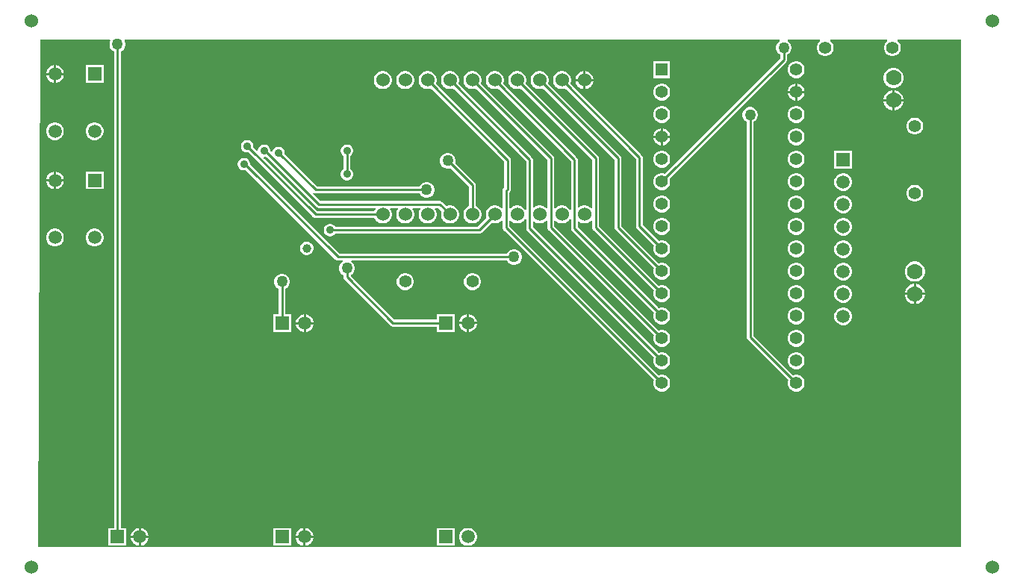
<source format=gbl>
G04*
G04 #@! TF.GenerationSoftware,Altium Limited,Altium Designer,22.5.1 (42)*
G04*
G04 Layer_Physical_Order=2*
G04 Layer_Color=16711680*
%FSLAX44Y44*%
%MOMM*%
G71*
G04*
G04 #@! TF.SameCoordinates,5DEC4AAC-4BA9-4C7F-9063-DFA826755F15*
G04*
G04*
G04 #@! TF.FilePolarity,Positive*
G04*
G01*
G75*
%ADD13C,0.2540*%
%ADD23C,1.4140*%
%ADD24R,1.4140X1.4140*%
%ADD30C,1.5000*%
%ADD31R,1.5000X1.5000*%
%ADD32C,1.4980*%
%ADD33R,1.4980X1.4980*%
%ADD34C,1.4000*%
%ADD35C,1.5240*%
%ADD36R,1.5000X1.5000*%
%ADD37C,1.7780*%
%ADD38C,1.0000*%
%ADD39C,1.2700*%
%ADD40C,0.9000*%
G36*
X1075690Y44450D02*
X30110D01*
X29214Y45350D01*
X31739Y619755D01*
X31750Y619760D01*
X110778D01*
X111413Y618660D01*
X111096Y618111D01*
X110490Y615850D01*
Y613510D01*
X111096Y611249D01*
X112266Y609221D01*
X113921Y607566D01*
X115495Y606657D01*
Y65920D01*
X109340D01*
Y45840D01*
X129420D01*
Y65920D01*
X123265D01*
Y606657D01*
X124839Y607566D01*
X126494Y609221D01*
X127664Y611249D01*
X128270Y613510D01*
Y615850D01*
X127664Y618111D01*
X127347Y618660D01*
X127982Y619760D01*
X870108Y619760D01*
X870448Y618490D01*
X869571Y617984D01*
X867916Y616329D01*
X866746Y614301D01*
X866140Y612040D01*
Y609700D01*
X866746Y607439D01*
X867916Y605411D01*
X869571Y603756D01*
X871145Y602848D01*
Y599144D01*
X740114Y468112D01*
X737865Y468715D01*
X735335D01*
X732891Y468060D01*
X730699Y466795D01*
X728910Y465006D01*
X727645Y462814D01*
X726990Y460370D01*
Y457840D01*
X727645Y455396D01*
X728910Y453204D01*
X730699Y451415D01*
X732891Y450150D01*
X735335Y449495D01*
X737865D01*
X740309Y450150D01*
X742501Y451415D01*
X744290Y453204D01*
X745555Y455396D01*
X746210Y457840D01*
Y460370D01*
X745608Y462619D01*
X877777Y594788D01*
X878619Y596048D01*
X878915Y597535D01*
Y602848D01*
X880489Y603756D01*
X882144Y605411D01*
X883314Y607439D01*
X883920Y609700D01*
Y612040D01*
X883314Y614301D01*
X882144Y616329D01*
X880489Y617984D01*
X879612Y618490D01*
X879952Y619760D01*
X915798D01*
X916147Y618555D01*
X916148Y618490D01*
X914386Y616728D01*
X913130Y614552D01*
X912480Y612126D01*
Y609614D01*
X913130Y607188D01*
X914386Y605012D01*
X916162Y603236D01*
X918338Y601980D01*
X920764Y601330D01*
X923276D01*
X925702Y601980D01*
X927878Y603236D01*
X929654Y605012D01*
X930910Y607188D01*
X931560Y609614D01*
Y612126D01*
X930910Y614552D01*
X929654Y616728D01*
X927892Y618490D01*
X927893Y618555D01*
X928242Y619760D01*
X991998D01*
X992347Y618555D01*
X992348Y618490D01*
X990586Y616728D01*
X989330Y614552D01*
X988680Y612126D01*
Y609614D01*
X989330Y607188D01*
X990586Y605012D01*
X992362Y603236D01*
X994538Y601980D01*
X996964Y601330D01*
X999476D01*
X1001902Y601980D01*
X1004078Y603236D01*
X1005854Y605012D01*
X1007110Y607188D01*
X1007760Y609614D01*
Y612126D01*
X1007110Y614552D01*
X1005854Y616728D01*
X1004092Y618490D01*
X1004093Y618555D01*
X1004442Y619760D01*
X1075690D01*
X1075690Y44450D01*
D02*
G37*
%LPC*%
G36*
X49941Y591170D02*
X49890D01*
Y582410D01*
X58650D01*
Y582461D01*
X57966Y585011D01*
X56646Y587299D01*
X54779Y589166D01*
X52491Y590486D01*
X49941Y591170D01*
D02*
G37*
G36*
X47350D02*
X47299D01*
X44749Y590486D01*
X42461Y589166D01*
X40594Y587299D01*
X39274Y585011D01*
X38590Y582461D01*
Y582410D01*
X47350D01*
Y591170D01*
D02*
G37*
G36*
X890265Y595715D02*
X887735D01*
X885291Y595060D01*
X883099Y593795D01*
X881310Y592006D01*
X880045Y589814D01*
X879390Y587370D01*
Y584840D01*
X880045Y582396D01*
X881310Y580204D01*
X883099Y578415D01*
X885291Y577150D01*
X887735Y576495D01*
X890265D01*
X892709Y577150D01*
X894901Y578415D01*
X896690Y580204D01*
X897955Y582396D01*
X898610Y584840D01*
Y587370D01*
X897955Y589814D01*
X896690Y592006D01*
X894901Y593795D01*
X892709Y595060D01*
X890265Y595715D01*
D02*
G37*
G36*
X746210D02*
X726990D01*
Y576495D01*
X746210D01*
Y595715D01*
D02*
G37*
G36*
X650308Y584200D02*
X650240D01*
Y575310D01*
X659130D01*
Y575378D01*
X658438Y577962D01*
X657100Y580278D01*
X655208Y582170D01*
X652892Y583508D01*
X650308Y584200D01*
D02*
G37*
G36*
X647700D02*
X647632D01*
X645048Y583508D01*
X642732Y582170D01*
X640840Y580278D01*
X639502Y577962D01*
X638810Y575378D01*
Y575310D01*
X647700D01*
Y584200D01*
D02*
G37*
G36*
X103650Y591170D02*
X83590D01*
Y571110D01*
X103650D01*
Y591170D01*
D02*
G37*
G36*
X58650Y579870D02*
X49890D01*
Y571110D01*
X49941D01*
X52491Y571794D01*
X54779Y573114D01*
X56646Y574981D01*
X57966Y577269D01*
X58650Y579819D01*
Y579870D01*
D02*
G37*
G36*
X47350D02*
X38590D01*
Y579819D01*
X39274Y577269D01*
X40594Y574981D01*
X42461Y573114D01*
X44749Y571794D01*
X47299Y571110D01*
X47350D01*
Y579870D01*
D02*
G37*
G36*
X1000995Y588010D02*
X997985D01*
X995078Y587231D01*
X992472Y585726D01*
X990344Y583598D01*
X988839Y580992D01*
X988060Y578085D01*
Y575075D01*
X988839Y572168D01*
X990344Y569562D01*
X992472Y567434D01*
X995078Y565929D01*
X997985Y565150D01*
X1000995D01*
X1003902Y565929D01*
X1006508Y567434D01*
X1008636Y569562D01*
X1010141Y572168D01*
X1010920Y575075D01*
Y578085D01*
X1010141Y580992D01*
X1008636Y583598D01*
X1006508Y585726D01*
X1003902Y587231D01*
X1000995Y588010D01*
D02*
G37*
G36*
X659130Y572770D02*
X650240D01*
Y563880D01*
X650308D01*
X652892Y564572D01*
X655208Y565910D01*
X657100Y567802D01*
X658438Y570118D01*
X659130Y572702D01*
Y572770D01*
D02*
G37*
G36*
X647700D02*
X638810D01*
Y572702D01*
X639502Y570118D01*
X640840Y567802D01*
X642732Y565910D01*
X645048Y564572D01*
X647632Y563880D01*
X647700D01*
Y572770D01*
D02*
G37*
G36*
X447108Y584200D02*
X444432D01*
X441848Y583508D01*
X439532Y582170D01*
X437640Y580278D01*
X436302Y577962D01*
X435610Y575378D01*
Y572702D01*
X436302Y570118D01*
X437640Y567802D01*
X439532Y565910D01*
X441848Y564572D01*
X444432Y563880D01*
X447108D01*
X449692Y564572D01*
X452008Y565910D01*
X453900Y567802D01*
X455238Y570118D01*
X455930Y572702D01*
Y575378D01*
X455238Y577962D01*
X453900Y580278D01*
X452008Y582170D01*
X449692Y583508D01*
X447108Y584200D01*
D02*
G37*
G36*
X421708D02*
X419032D01*
X416448Y583508D01*
X414132Y582170D01*
X412240Y580278D01*
X410902Y577962D01*
X410210Y575378D01*
Y572702D01*
X410902Y570118D01*
X412240Y567802D01*
X414132Y565910D01*
X416448Y564572D01*
X419032Y563880D01*
X421708D01*
X424292Y564572D01*
X426608Y565910D01*
X428500Y567802D01*
X429838Y570118D01*
X430530Y572702D01*
Y575378D01*
X429838Y577962D01*
X428500Y580278D01*
X426608Y582170D01*
X424292Y583508D01*
X421708Y584200D01*
D02*
G37*
G36*
X890270Y570314D02*
Y561975D01*
X898609D01*
X897955Y564414D01*
X896690Y566606D01*
X894901Y568395D01*
X892709Y569660D01*
X890270Y570314D01*
D02*
G37*
G36*
X887730D02*
X885291Y569660D01*
X883099Y568395D01*
X881310Y566606D01*
X880045Y564414D01*
X879391Y561975D01*
X887730D01*
Y570314D01*
D02*
G37*
G36*
X1000995Y562610D02*
X1000760D01*
Y552450D01*
X1010920D01*
Y552685D01*
X1010141Y555592D01*
X1008636Y558198D01*
X1006508Y560326D01*
X1003902Y561831D01*
X1000995Y562610D01*
D02*
G37*
G36*
X998220D02*
X997985D01*
X995078Y561831D01*
X992472Y560326D01*
X990344Y558198D01*
X988839Y555592D01*
X988060Y552685D01*
Y552450D01*
X998220D01*
Y562610D01*
D02*
G37*
G36*
X898609Y559435D02*
X890270D01*
Y551096D01*
X892709Y551750D01*
X894901Y553015D01*
X896690Y554804D01*
X897955Y556996D01*
X898609Y559435D01*
D02*
G37*
G36*
X887730D02*
X879391D01*
X880045Y556996D01*
X881310Y554804D01*
X883099Y553015D01*
X885291Y551750D01*
X887730Y551096D01*
Y559435D01*
D02*
G37*
G36*
X737865Y570315D02*
X735335D01*
X732891Y569660D01*
X730699Y568395D01*
X728910Y566606D01*
X727645Y564414D01*
X726990Y561970D01*
Y559440D01*
X727645Y556996D01*
X728910Y554804D01*
X730699Y553015D01*
X732891Y551750D01*
X735335Y551095D01*
X737865D01*
X740309Y551750D01*
X742501Y553015D01*
X744290Y554804D01*
X745555Y556996D01*
X746210Y559440D01*
Y561970D01*
X745555Y564414D01*
X744290Y566606D01*
X742501Y568395D01*
X740309Y569660D01*
X737865Y570315D01*
D02*
G37*
G36*
X1010920Y549910D02*
X1000760D01*
Y539750D01*
X1000995D01*
X1003902Y540529D01*
X1006508Y542034D01*
X1008636Y544162D01*
X1010141Y546768D01*
X1010920Y549675D01*
Y549910D01*
D02*
G37*
G36*
X998220D02*
X988060D01*
Y549675D01*
X988839Y546768D01*
X990344Y544162D01*
X992472Y542034D01*
X995078Y540529D01*
X997985Y539750D01*
X998220D01*
Y549910D01*
D02*
G37*
G36*
X890265Y544915D02*
X887735D01*
X885291Y544260D01*
X883099Y542995D01*
X881310Y541206D01*
X880045Y539014D01*
X879390Y536570D01*
Y534040D01*
X880045Y531596D01*
X881310Y529404D01*
X883099Y527615D01*
X885291Y526350D01*
X887735Y525695D01*
X890265D01*
X892709Y526350D01*
X894901Y527615D01*
X896690Y529404D01*
X897955Y531596D01*
X898610Y534040D01*
Y536570D01*
X897955Y539014D01*
X896690Y541206D01*
X894901Y542995D01*
X892709Y544260D01*
X890265Y544915D01*
D02*
G37*
G36*
X737865D02*
X735335D01*
X732891Y544260D01*
X730699Y542995D01*
X728910Y541206D01*
X727645Y539014D01*
X726990Y536570D01*
Y534040D01*
X727645Y531596D01*
X728910Y529404D01*
X730699Y527615D01*
X732891Y526350D01*
X735335Y525695D01*
X737865D01*
X740309Y526350D01*
X742501Y527615D01*
X744290Y529404D01*
X745555Y531596D01*
X746210Y534040D01*
Y536570D01*
X745555Y539014D01*
X744290Y541206D01*
X742501Y542995D01*
X740309Y544260D01*
X737865Y544915D01*
D02*
G37*
G36*
X1024876Y531510D02*
X1022364D01*
X1019938Y530860D01*
X1017762Y529604D01*
X1015986Y527828D01*
X1014730Y525652D01*
X1014080Y523226D01*
Y520714D01*
X1014730Y518288D01*
X1015986Y516112D01*
X1017762Y514336D01*
X1019938Y513080D01*
X1022364Y512430D01*
X1024876D01*
X1027302Y513080D01*
X1029478Y514336D01*
X1031254Y516112D01*
X1032510Y518288D01*
X1033160Y520714D01*
Y523226D01*
X1032510Y525652D01*
X1031254Y527828D01*
X1029478Y529604D01*
X1027302Y530860D01*
X1024876Y531510D01*
D02*
G37*
G36*
X737870Y519514D02*
Y511175D01*
X746209D01*
X745555Y513614D01*
X744290Y515806D01*
X742501Y517595D01*
X740309Y518860D01*
X737870Y519514D01*
D02*
G37*
G36*
X735330D02*
X732891Y518860D01*
X730699Y517595D01*
X728910Y515806D01*
X727645Y513614D01*
X726991Y511175D01*
X735330D01*
Y519514D01*
D02*
G37*
G36*
X94941Y526170D02*
X92299D01*
X89749Y525486D01*
X87461Y524166D01*
X85594Y522299D01*
X84274Y520011D01*
X83590Y517461D01*
Y514819D01*
X84274Y512268D01*
X85594Y509981D01*
X87461Y508114D01*
X89749Y506794D01*
X92299Y506110D01*
X94941D01*
X97491Y506794D01*
X99779Y508114D01*
X101646Y509981D01*
X102966Y512268D01*
X103650Y514819D01*
Y517461D01*
X102966Y520011D01*
X101646Y522299D01*
X99779Y524166D01*
X97491Y525486D01*
X94941Y526170D01*
D02*
G37*
G36*
X49941D02*
X47299D01*
X44749Y525486D01*
X42461Y524166D01*
X40594Y522299D01*
X39274Y520011D01*
X38590Y517461D01*
Y514819D01*
X39274Y512268D01*
X40594Y509981D01*
X42461Y508114D01*
X44749Y506794D01*
X47299Y506110D01*
X49941D01*
X52491Y506794D01*
X54779Y508114D01*
X56646Y509981D01*
X57966Y512268D01*
X58650Y514819D01*
Y517461D01*
X57966Y520011D01*
X56646Y522299D01*
X54779Y524166D01*
X52491Y525486D01*
X49941Y526170D01*
D02*
G37*
G36*
X746209Y508635D02*
X737870D01*
Y500296D01*
X740309Y500950D01*
X742501Y502215D01*
X744290Y504004D01*
X745555Y506196D01*
X746209Y508635D01*
D02*
G37*
G36*
X735330D02*
X726991D01*
X727645Y506196D01*
X728910Y504004D01*
X730699Y502215D01*
X732891Y500950D01*
X735330Y500296D01*
Y508635D01*
D02*
G37*
G36*
X890265Y519515D02*
X887735D01*
X885291Y518860D01*
X883099Y517595D01*
X881310Y515806D01*
X880045Y513614D01*
X879390Y511170D01*
Y508640D01*
X880045Y506196D01*
X881310Y504004D01*
X883099Y502215D01*
X885291Y500950D01*
X887735Y500295D01*
X890265D01*
X892709Y500950D01*
X894901Y502215D01*
X896690Y504004D01*
X897955Y506196D01*
X898610Y508640D01*
Y511170D01*
X897955Y513614D01*
X896690Y515806D01*
X894901Y517595D01*
X892709Y518860D01*
X890265Y519515D01*
D02*
G37*
G36*
Y494115D02*
X887735D01*
X885291Y493460D01*
X883099Y492195D01*
X881310Y490406D01*
X880045Y488214D01*
X879390Y485770D01*
Y483240D01*
X880045Y480796D01*
X881310Y478604D01*
X883099Y476815D01*
X885291Y475550D01*
X887735Y474895D01*
X890265D01*
X892709Y475550D01*
X894901Y476815D01*
X896690Y478604D01*
X897955Y480796D01*
X898610Y483240D01*
Y485770D01*
X897955Y488214D01*
X896690Y490406D01*
X894901Y492195D01*
X892709Y493460D01*
X890265Y494115D01*
D02*
G37*
G36*
X737865D02*
X735335D01*
X732891Y493460D01*
X730699Y492195D01*
X728910Y490406D01*
X727645Y488214D01*
X726990Y485770D01*
Y483240D01*
X727645Y480796D01*
X728910Y478604D01*
X730699Y476815D01*
X732891Y475550D01*
X735335Y474895D01*
X737865D01*
X740309Y475550D01*
X742501Y476815D01*
X744290Y478604D01*
X745555Y480796D01*
X746210Y483240D01*
Y485770D01*
X745555Y488214D01*
X744290Y490406D01*
X742501Y492195D01*
X740309Y493460D01*
X737865Y494115D01*
D02*
G37*
G36*
X952380Y493910D02*
X932300D01*
Y473830D01*
X952380D01*
Y493910D01*
D02*
G37*
G36*
X49941Y470520D02*
X49890D01*
Y461760D01*
X58650D01*
Y461810D01*
X57966Y464361D01*
X56646Y466649D01*
X54779Y468516D01*
X52491Y469837D01*
X49941Y470520D01*
D02*
G37*
G36*
X47350D02*
X47299D01*
X44749Y469837D01*
X42461Y468516D01*
X40594Y466649D01*
X39274Y464361D01*
X38590Y461810D01*
Y461760D01*
X47350D01*
Y470520D01*
D02*
G37*
G36*
X380657Y501070D02*
X378803D01*
X377013Y500590D01*
X375407Y499663D01*
X374097Y498353D01*
X373170Y496747D01*
X372690Y494957D01*
Y493103D01*
X373170Y491313D01*
X374097Y489707D01*
X375407Y488397D01*
X375845Y488144D01*
Y473246D01*
X375407Y472993D01*
X374097Y471683D01*
X373170Y470077D01*
X372690Y468287D01*
Y466433D01*
X373170Y464643D01*
X374097Y463037D01*
X375407Y461727D01*
X377013Y460800D01*
X378803Y460320D01*
X380657D01*
X382447Y460800D01*
X384053Y461727D01*
X385363Y463037D01*
X386290Y464643D01*
X386770Y466433D01*
Y468287D01*
X386290Y470077D01*
X385363Y471683D01*
X384053Y472993D01*
X383615Y473246D01*
Y488144D01*
X384053Y488397D01*
X385363Y489707D01*
X386290Y491313D01*
X386770Y493103D01*
Y494957D01*
X386290Y496747D01*
X385363Y498353D01*
X384053Y499663D01*
X382447Y500590D01*
X380657Y501070D01*
D02*
G37*
G36*
X103650Y470520D02*
X83590D01*
Y450460D01*
X103650D01*
Y470520D01*
D02*
G37*
G36*
X58650Y459220D02*
X49890D01*
Y450460D01*
X49941D01*
X52491Y451143D01*
X54779Y452464D01*
X56646Y454332D01*
X57966Y456619D01*
X58650Y459170D01*
Y459220D01*
D02*
G37*
G36*
X47350D02*
X38590D01*
Y459170D01*
X39274Y456619D01*
X40594Y454332D01*
X42461Y452464D01*
X44749Y451143D01*
X47299Y450460D01*
X47350D01*
Y459220D01*
D02*
G37*
G36*
X890265Y468715D02*
X887735D01*
X885291Y468060D01*
X883099Y466795D01*
X881310Y465006D01*
X880045Y462814D01*
X879390Y460370D01*
Y457840D01*
X880045Y455396D01*
X881310Y453204D01*
X883099Y451415D01*
X885291Y450150D01*
X887735Y449495D01*
X890265D01*
X892709Y450150D01*
X894901Y451415D01*
X896690Y453204D01*
X897955Y455396D01*
X898610Y457840D01*
Y460370D01*
X897955Y462814D01*
X896690Y465006D01*
X894901Y466795D01*
X892709Y468060D01*
X890265Y468715D01*
D02*
G37*
G36*
X943662Y468510D02*
X941018D01*
X938465Y467826D01*
X936175Y466504D01*
X934306Y464635D01*
X932984Y462345D01*
X932300Y459792D01*
Y457148D01*
X932984Y454595D01*
X934306Y452305D01*
X936175Y450436D01*
X938465Y449114D01*
X941018Y448430D01*
X943662D01*
X946215Y449114D01*
X948505Y450436D01*
X950374Y452305D01*
X951696Y454595D01*
X952380Y457148D01*
Y459792D01*
X951696Y462345D01*
X950374Y464635D01*
X948505Y466504D01*
X946215Y467826D01*
X943662Y468510D01*
D02*
G37*
G36*
X267627Y506150D02*
X265773D01*
X263983Y505670D01*
X262377Y504743D01*
X261067Y503433D01*
X260140Y501827D01*
X259660Y500037D01*
Y498183D01*
X260140Y496393D01*
X261067Y494787D01*
X262377Y493477D01*
X263983Y492550D01*
X265773Y492070D01*
X267627D01*
X268115Y492201D01*
X341423Y418893D01*
X342683Y418051D01*
X344170Y417755D01*
X410892D01*
X410902Y417718D01*
X412240Y415402D01*
X414132Y413510D01*
X416448Y412172D01*
X419032Y411480D01*
X421708D01*
X424292Y412172D01*
X426608Y413510D01*
X428500Y415402D01*
X429838Y417718D01*
X430530Y420302D01*
Y422978D01*
X429838Y425562D01*
X428500Y427878D01*
X428366Y428012D01*
X428852Y429185D01*
X437288D01*
X437774Y428012D01*
X437640Y427878D01*
X436302Y425562D01*
X435610Y422978D01*
Y420302D01*
X436302Y417718D01*
X437640Y415402D01*
X439532Y413510D01*
X441848Y412172D01*
X444432Y411480D01*
X447108D01*
X449692Y412172D01*
X452008Y413510D01*
X453900Y415402D01*
X455238Y417718D01*
X455930Y420302D01*
Y422978D01*
X455238Y425562D01*
X453900Y427878D01*
X453766Y428012D01*
X454252Y429185D01*
X462688D01*
X463174Y428012D01*
X463040Y427878D01*
X461702Y425562D01*
X461010Y422978D01*
Y420302D01*
X461702Y417718D01*
X463040Y415402D01*
X464932Y413510D01*
X467248Y412172D01*
X469832Y411480D01*
X472508D01*
X475092Y412172D01*
X477408Y413510D01*
X479300Y415402D01*
X480638Y417718D01*
X481330Y420302D01*
Y422978D01*
X480638Y425562D01*
X479300Y427878D01*
X479166Y428012D01*
X479652Y429185D01*
X483531D01*
X487122Y425595D01*
X487102Y425562D01*
X486410Y422978D01*
Y420302D01*
X487102Y417718D01*
X488440Y415402D01*
X490332Y413510D01*
X492648Y412172D01*
X495232Y411480D01*
X497908D01*
X500492Y412172D01*
X502808Y413510D01*
X504700Y415402D01*
X506038Y417718D01*
X506730Y420302D01*
Y422978D01*
X506038Y425562D01*
X504700Y427878D01*
X502808Y429770D01*
X500492Y431108D01*
X497908Y431800D01*
X495232D01*
X492648Y431108D01*
X492615Y431088D01*
X487887Y435817D01*
X486627Y436659D01*
X485140Y436955D01*
X349589D01*
X340865Y445678D01*
X341675Y446665D01*
X342683Y445991D01*
X344170Y445695D01*
X461878D01*
X462786Y444121D01*
X464441Y442466D01*
X466469Y441296D01*
X468730Y440690D01*
X471070D01*
X473331Y441296D01*
X475359Y442466D01*
X477014Y444121D01*
X478184Y446149D01*
X478790Y448410D01*
Y450750D01*
X478184Y453011D01*
X477014Y455039D01*
X475359Y456694D01*
X473331Y457864D01*
X471070Y458470D01*
X468730D01*
X466469Y457864D01*
X464441Y456694D01*
X462786Y455039D01*
X461878Y453465D01*
X345779D01*
X309169Y490075D01*
X309300Y490563D01*
Y492417D01*
X308820Y494207D01*
X307893Y495813D01*
X306583Y497123D01*
X304977Y498050D01*
X303187Y498530D01*
X301333D01*
X299543Y498050D01*
X297937Y497123D01*
X296627Y495813D01*
X295700Y494207D01*
X295368Y492971D01*
X294023Y492521D01*
X292790Y493754D01*
Y494957D01*
X292310Y496747D01*
X291383Y498353D01*
X290073Y499663D01*
X288467Y500590D01*
X286677Y501070D01*
X284823D01*
X283033Y500590D01*
X281427Y499663D01*
X280117Y498353D01*
X279190Y496747D01*
X278710Y494957D01*
Y494390D01*
X277440Y493864D01*
X273609Y497695D01*
X273740Y498183D01*
Y500037D01*
X273260Y501827D01*
X272333Y503433D01*
X271023Y504743D01*
X269417Y505670D01*
X267627Y506150D01*
D02*
G37*
G36*
X1024876Y455310D02*
X1022364D01*
X1019938Y454660D01*
X1017762Y453404D01*
X1015986Y451628D01*
X1014730Y449452D01*
X1014080Y447026D01*
Y444514D01*
X1014730Y442088D01*
X1015986Y439912D01*
X1017762Y438136D01*
X1019938Y436880D01*
X1022364Y436230D01*
X1024876D01*
X1027302Y436880D01*
X1029478Y438136D01*
X1031254Y439912D01*
X1032510Y442088D01*
X1033160Y444514D01*
Y447026D01*
X1032510Y449452D01*
X1031254Y451628D01*
X1029478Y453404D01*
X1027302Y454660D01*
X1024876Y455310D01*
D02*
G37*
G36*
X574108Y584200D02*
X571432D01*
X568848Y583508D01*
X566532Y582170D01*
X564640Y580278D01*
X563302Y577962D01*
X562610Y575378D01*
Y572702D01*
X563302Y570118D01*
X564640Y567802D01*
X566532Y565910D01*
X568848Y564572D01*
X571432Y563880D01*
X574108D01*
X576692Y564572D01*
X576725Y564591D01*
X657785Y483531D01*
Y428989D01*
X656515Y428463D01*
X655208Y429770D01*
X652892Y431108D01*
X650308Y431800D01*
X647632D01*
X645048Y431108D01*
X642732Y429770D01*
X642598Y429636D01*
X641425Y430122D01*
Y483870D01*
X641129Y485357D01*
X640287Y486617D01*
X556819Y570085D01*
X556838Y570118D01*
X557530Y572702D01*
Y575378D01*
X556838Y577962D01*
X555500Y580278D01*
X553608Y582170D01*
X551292Y583508D01*
X548708Y584200D01*
X546032D01*
X543448Y583508D01*
X541132Y582170D01*
X539240Y580278D01*
X537902Y577962D01*
X537210Y575378D01*
Y572702D01*
X537902Y570118D01*
X539240Y567802D01*
X541132Y565910D01*
X543448Y564572D01*
X546032Y563880D01*
X548708D01*
X551292Y564572D01*
X551325Y564591D01*
X633655Y482261D01*
Y427032D01*
X632385Y426691D01*
X631700Y427878D01*
X629808Y429770D01*
X627492Y431108D01*
X624908Y431800D01*
X622232D01*
X619648Y431108D01*
X617332Y429770D01*
X616025Y428463D01*
X614755Y428989D01*
Y485140D01*
X614459Y486627D01*
X613617Y487887D01*
X531418Y570085D01*
X531438Y570118D01*
X532130Y572702D01*
Y575378D01*
X531438Y577962D01*
X530100Y580278D01*
X528208Y582170D01*
X525892Y583508D01*
X523308Y584200D01*
X520632D01*
X518048Y583508D01*
X515732Y582170D01*
X513840Y580278D01*
X512502Y577962D01*
X511810Y575378D01*
Y572702D01*
X512502Y570118D01*
X513840Y567802D01*
X515732Y565910D01*
X518048Y564572D01*
X520632Y563880D01*
X523308D01*
X525892Y564572D01*
X525925Y564591D01*
X606985Y483531D01*
Y428989D01*
X605715Y428463D01*
X604408Y429770D01*
X602092Y431108D01*
X599508Y431800D01*
X596832D01*
X594248Y431108D01*
X591932Y429770D01*
X591798Y429636D01*
X590625Y430122D01*
Y483870D01*
X590329Y485357D01*
X589487Y486617D01*
X506018Y570085D01*
X506038Y570118D01*
X506730Y572702D01*
Y575378D01*
X506038Y577962D01*
X504700Y580278D01*
X502808Y582170D01*
X500492Y583508D01*
X497908Y584200D01*
X495232D01*
X492648Y583508D01*
X490332Y582170D01*
X488440Y580278D01*
X487102Y577962D01*
X486410Y575378D01*
Y572702D01*
X487102Y570118D01*
X488440Y567802D01*
X490332Y565910D01*
X492648Y564572D01*
X495232Y563880D01*
X497908D01*
X500492Y564572D01*
X500525Y564591D01*
X582855Y482261D01*
Y427032D01*
X581585Y426691D01*
X580900Y427878D01*
X579008Y429770D01*
X576692Y431108D01*
X574108Y431800D01*
X571432D01*
X568848Y431108D01*
X566532Y429770D01*
X565225Y428463D01*
X563955Y428989D01*
Y446969D01*
X564627Y447641D01*
X565469Y448901D01*
X565765Y450388D01*
Y483330D01*
X565469Y484817D01*
X564627Y486077D01*
X480619Y570085D01*
X480638Y570118D01*
X481330Y572702D01*
Y575378D01*
X480638Y577962D01*
X479300Y580278D01*
X477408Y582170D01*
X475092Y583508D01*
X472508Y584200D01*
X469832D01*
X467248Y583508D01*
X464932Y582170D01*
X463040Y580278D01*
X461702Y577962D01*
X461010Y575378D01*
Y572702D01*
X461702Y570118D01*
X463040Y567802D01*
X464932Y565910D01*
X467248Y564572D01*
X469832Y563880D01*
X472508D01*
X475092Y564572D01*
X475125Y564591D01*
X557995Y481721D01*
Y451997D01*
X557323Y451325D01*
X556481Y450064D01*
X556185Y448578D01*
Y428989D01*
X554915Y428463D01*
X553608Y429770D01*
X551292Y431108D01*
X548708Y431800D01*
X546032D01*
X543448Y431108D01*
X541132Y429770D01*
X539240Y427878D01*
X537902Y425562D01*
X537210Y422978D01*
Y420302D01*
X537902Y417718D01*
X537921Y417685D01*
X527981Y407745D01*
X366566D01*
X366313Y408183D01*
X365003Y409493D01*
X363397Y410420D01*
X361607Y410900D01*
X359753D01*
X357963Y410420D01*
X356357Y409493D01*
X355047Y408183D01*
X354120Y406577D01*
X353640Y404787D01*
Y402933D01*
X354120Y401143D01*
X355047Y399537D01*
X356357Y398227D01*
X357963Y397300D01*
X359753Y396820D01*
X361607D01*
X363397Y397300D01*
X365003Y398227D01*
X366313Y399537D01*
X366566Y399975D01*
X529590D01*
X531077Y400271D01*
X532337Y401113D01*
X543415Y412192D01*
X543448Y412172D01*
X546032Y411480D01*
X548708D01*
X551292Y412172D01*
X553608Y413510D01*
X554915Y414817D01*
X556185Y414291D01*
Y407035D01*
X556481Y405548D01*
X557323Y404288D01*
X727592Y234019D01*
X726990Y231770D01*
Y229240D01*
X727645Y226796D01*
X728910Y224604D01*
X730699Y222815D01*
X732891Y221550D01*
X735335Y220895D01*
X737865D01*
X740309Y221550D01*
X742501Y222815D01*
X744290Y224604D01*
X745555Y226796D01*
X746210Y229240D01*
Y231770D01*
X745555Y234214D01*
X744290Y236406D01*
X742501Y238195D01*
X740309Y239460D01*
X737865Y240115D01*
X735335D01*
X733086Y239513D01*
X563955Y408644D01*
Y414291D01*
X565225Y414817D01*
X566532Y413510D01*
X568848Y412172D01*
X571432Y411480D01*
X574108D01*
X576692Y412172D01*
X579008Y413510D01*
X580900Y415402D01*
X581585Y416589D01*
X582855Y416248D01*
Y405765D01*
X583151Y404278D01*
X583993Y403018D01*
X727592Y259419D01*
X726990Y257170D01*
Y254640D01*
X727645Y252196D01*
X728910Y250004D01*
X730699Y248215D01*
X732891Y246950D01*
X735335Y246295D01*
X737865D01*
X740309Y246950D01*
X742501Y248215D01*
X744290Y250004D01*
X745555Y252196D01*
X746210Y254640D01*
Y257170D01*
X745555Y259614D01*
X744290Y261806D01*
X742501Y263595D01*
X740309Y264860D01*
X737865Y265515D01*
X735335D01*
X733086Y264912D01*
X590625Y407374D01*
Y413158D01*
X591798Y413644D01*
X591932Y413510D01*
X594248Y412172D01*
X596832Y411480D01*
X599508D01*
X602092Y412172D01*
X604408Y413510D01*
X605715Y414817D01*
X606985Y414291D01*
Y407035D01*
X607281Y405548D01*
X608123Y404288D01*
X727592Y284819D01*
X726990Y282570D01*
Y280040D01*
X727645Y277596D01*
X728910Y275404D01*
X730699Y273615D01*
X732891Y272350D01*
X735335Y271695D01*
X737865D01*
X740309Y272350D01*
X742501Y273615D01*
X744290Y275404D01*
X745555Y277596D01*
X746210Y280040D01*
Y282570D01*
X745555Y285014D01*
X744290Y287206D01*
X742501Y288995D01*
X740309Y290260D01*
X737865Y290915D01*
X735335D01*
X733086Y290312D01*
X614755Y408644D01*
Y414291D01*
X616025Y414817D01*
X617332Y413510D01*
X619648Y412172D01*
X622232Y411480D01*
X624908D01*
X627492Y412172D01*
X629808Y413510D01*
X631700Y415402D01*
X632385Y416589D01*
X633655Y416248D01*
Y405765D01*
X633951Y404278D01*
X634793Y403018D01*
X727592Y310219D01*
X726990Y307970D01*
Y305440D01*
X727645Y302996D01*
X728910Y300804D01*
X730699Y299015D01*
X732891Y297750D01*
X735335Y297095D01*
X737865D01*
X740309Y297750D01*
X742501Y299015D01*
X744290Y300804D01*
X745555Y302996D01*
X746210Y305440D01*
Y307970D01*
X745555Y310414D01*
X744290Y312606D01*
X742501Y314395D01*
X740309Y315660D01*
X737865Y316315D01*
X735335D01*
X733086Y315713D01*
X641425Y407374D01*
Y413158D01*
X642598Y413644D01*
X642732Y413510D01*
X645048Y412172D01*
X647632Y411480D01*
X650308D01*
X652892Y412172D01*
X655208Y413510D01*
X656515Y414817D01*
X657785Y414291D01*
Y407035D01*
X658081Y405548D01*
X658923Y404288D01*
X727592Y335619D01*
X726990Y333370D01*
Y330840D01*
X727645Y328396D01*
X728910Y326204D01*
X730699Y324415D01*
X732891Y323150D01*
X735335Y322495D01*
X737865D01*
X740309Y323150D01*
X742501Y324415D01*
X744290Y326204D01*
X745555Y328396D01*
X746210Y330840D01*
Y333370D01*
X745555Y335814D01*
X744290Y338006D01*
X742501Y339795D01*
X740309Y341060D01*
X737865Y341715D01*
X735335D01*
X733086Y341113D01*
X665555Y408644D01*
Y485140D01*
X665259Y486627D01*
X664417Y487887D01*
X582219Y570085D01*
X582238Y570118D01*
X582930Y572702D01*
Y575378D01*
X582238Y577962D01*
X580900Y580278D01*
X579008Y582170D01*
X576692Y583508D01*
X574108Y584200D01*
D02*
G37*
G36*
X890265Y443315D02*
X887735D01*
X885291Y442660D01*
X883099Y441395D01*
X881310Y439606D01*
X880045Y437414D01*
X879390Y434970D01*
Y432440D01*
X880045Y429996D01*
X881310Y427804D01*
X883099Y426015D01*
X885291Y424750D01*
X887735Y424095D01*
X890265D01*
X892709Y424750D01*
X894901Y426015D01*
X896690Y427804D01*
X897955Y429996D01*
X898610Y432440D01*
Y434970D01*
X897955Y437414D01*
X896690Y439606D01*
X894901Y441395D01*
X892709Y442660D01*
X890265Y443315D01*
D02*
G37*
G36*
X737865D02*
X735335D01*
X732891Y442660D01*
X730699Y441395D01*
X728910Y439606D01*
X727645Y437414D01*
X726990Y434970D01*
Y432440D01*
X727645Y429996D01*
X728910Y427804D01*
X730699Y426015D01*
X732891Y424750D01*
X735335Y424095D01*
X737865D01*
X740309Y424750D01*
X742501Y426015D01*
X744290Y427804D01*
X745555Y429996D01*
X746210Y432440D01*
Y434970D01*
X745555Y437414D01*
X744290Y439606D01*
X742501Y441395D01*
X740309Y442660D01*
X737865Y443315D01*
D02*
G37*
G36*
X943662Y443110D02*
X941018D01*
X938465Y442426D01*
X936175Y441104D01*
X934306Y439235D01*
X932984Y436945D01*
X932300Y434392D01*
Y431748D01*
X932984Y429195D01*
X934306Y426905D01*
X936175Y425036D01*
X938465Y423714D01*
X941018Y423030D01*
X943662D01*
X946215Y423714D01*
X948505Y425036D01*
X950374Y426905D01*
X951696Y429195D01*
X952380Y431748D01*
Y434392D01*
X951696Y436945D01*
X950374Y439235D01*
X948505Y441104D01*
X946215Y442426D01*
X943662Y443110D01*
D02*
G37*
G36*
X495200Y491490D02*
X492860D01*
X490599Y490884D01*
X488571Y489714D01*
X486916Y488059D01*
X485746Y486031D01*
X485140Y483770D01*
Y481430D01*
X485746Y479169D01*
X486916Y477141D01*
X488571Y475486D01*
X490599Y474316D01*
X492860Y473710D01*
X495200D01*
X496956Y474180D01*
X518085Y453051D01*
Y431118D01*
X518048Y431108D01*
X515732Y429770D01*
X513840Y427878D01*
X512502Y425562D01*
X511810Y422978D01*
Y420302D01*
X512502Y417718D01*
X513840Y415402D01*
X515732Y413510D01*
X518048Y412172D01*
X520632Y411480D01*
X523308D01*
X525892Y412172D01*
X528208Y413510D01*
X530100Y415402D01*
X531438Y417718D01*
X532130Y420302D01*
Y422978D01*
X531438Y425562D01*
X530100Y427878D01*
X528208Y429770D01*
X525892Y431108D01*
X525855Y431118D01*
Y454660D01*
X525559Y456147D01*
X524717Y457407D01*
X502450Y479674D01*
X502920Y481430D01*
Y483770D01*
X502314Y486031D01*
X501144Y488059D01*
X499489Y489714D01*
X497461Y490884D01*
X495200Y491490D01*
D02*
G37*
G36*
X890265Y417915D02*
X887735D01*
X885291Y417260D01*
X883099Y415995D01*
X881310Y414206D01*
X880045Y412014D01*
X879390Y409570D01*
Y407040D01*
X880045Y404596D01*
X881310Y402404D01*
X883099Y400615D01*
X885291Y399350D01*
X887735Y398695D01*
X890265D01*
X892709Y399350D01*
X894901Y400615D01*
X896690Y402404D01*
X897955Y404596D01*
X898610Y407040D01*
Y409570D01*
X897955Y412014D01*
X896690Y414206D01*
X894901Y415995D01*
X892709Y417260D01*
X890265Y417915D01*
D02*
G37*
G36*
X737865D02*
X735335D01*
X732891Y417260D01*
X730699Y415995D01*
X728910Y414206D01*
X727645Y412014D01*
X726990Y409570D01*
Y407040D01*
X727645Y404596D01*
X728910Y402404D01*
X730699Y400615D01*
X732891Y399350D01*
X735335Y398695D01*
X737865D01*
X740309Y399350D01*
X742501Y400615D01*
X744290Y402404D01*
X745555Y404596D01*
X746210Y407040D01*
Y409570D01*
X745555Y412014D01*
X744290Y414206D01*
X742501Y415995D01*
X740309Y417260D01*
X737865Y417915D01*
D02*
G37*
G36*
X943662Y417710D02*
X941018D01*
X938465Y417026D01*
X936175Y415704D01*
X934306Y413835D01*
X932984Y411545D01*
X932300Y408992D01*
Y406348D01*
X932984Y403795D01*
X934306Y401505D01*
X936175Y399636D01*
X938465Y398314D01*
X941018Y397630D01*
X943662D01*
X946215Y398314D01*
X948505Y399636D01*
X950374Y401505D01*
X951696Y403795D01*
X952380Y406348D01*
Y408992D01*
X951696Y411545D01*
X950374Y413835D01*
X948505Y415704D01*
X946215Y417026D01*
X943662Y417710D01*
D02*
G37*
G36*
X94941Y405520D02*
X92299D01*
X89749Y404837D01*
X87461Y403516D01*
X85594Y401648D01*
X84274Y399361D01*
X83590Y396810D01*
Y394170D01*
X84274Y391618D01*
X85594Y389331D01*
X87461Y387464D01*
X89749Y386143D01*
X92299Y385460D01*
X94941D01*
X97491Y386143D01*
X99779Y387464D01*
X101646Y389331D01*
X102966Y391618D01*
X103650Y394170D01*
Y396810D01*
X102966Y399361D01*
X101646Y401648D01*
X99779Y403516D01*
X97491Y404837D01*
X94941Y405520D01*
D02*
G37*
G36*
X49941D02*
X47299D01*
X44749Y404837D01*
X42461Y403516D01*
X40594Y401648D01*
X39274Y399361D01*
X38590Y396810D01*
Y394170D01*
X39274Y391618D01*
X40594Y389331D01*
X42461Y387464D01*
X44749Y386143D01*
X47299Y385460D01*
X49941D01*
X52491Y386143D01*
X54779Y387464D01*
X56646Y389331D01*
X57966Y391618D01*
X58650Y394170D01*
Y396810D01*
X57966Y399361D01*
X56646Y401648D01*
X54779Y403516D01*
X52491Y404837D01*
X49941Y405520D01*
D02*
G37*
G36*
X335133Y390921D02*
X333148D01*
X331230Y390407D01*
X329511Y389415D01*
X328107Y388011D01*
X327114Y386292D01*
X326601Y384374D01*
Y382388D01*
X327114Y380471D01*
X328107Y378751D01*
X329511Y377348D01*
X331230Y376355D01*
X333148Y375841D01*
X335133D01*
X337051Y376355D01*
X338770Y377348D01*
X340174Y378751D01*
X341167Y380471D01*
X341680Y382388D01*
Y384374D01*
X341167Y386292D01*
X340174Y388011D01*
X338770Y389415D01*
X337051Y390407D01*
X335133Y390921D01*
D02*
G37*
G36*
X890265Y392515D02*
X887735D01*
X885291Y391860D01*
X883099Y390595D01*
X881310Y388806D01*
X880045Y386614D01*
X879390Y384170D01*
Y381640D01*
X880045Y379196D01*
X881310Y377004D01*
X883099Y375215D01*
X885291Y373950D01*
X887735Y373295D01*
X890265D01*
X892709Y373950D01*
X894901Y375215D01*
X896690Y377004D01*
X897955Y379196D01*
X898610Y381640D01*
Y384170D01*
X897955Y386614D01*
X896690Y388806D01*
X894901Y390595D01*
X892709Y391860D01*
X890265Y392515D01*
D02*
G37*
G36*
X624908Y584200D02*
X622232D01*
X619648Y583508D01*
X617332Y582170D01*
X615440Y580278D01*
X614102Y577962D01*
X613410Y575378D01*
Y572702D01*
X614102Y570118D01*
X615440Y567802D01*
X617332Y565910D01*
X619648Y564572D01*
X622232Y563880D01*
X624908D01*
X627492Y564572D01*
X627525Y564591D01*
X707315Y484801D01*
Y408305D01*
X707611Y406818D01*
X708453Y405558D01*
X727592Y386419D01*
X726990Y384170D01*
Y381640D01*
X727645Y379196D01*
X728910Y377004D01*
X730699Y375215D01*
X732891Y373950D01*
X735335Y373295D01*
X737865D01*
X740309Y373950D01*
X742501Y375215D01*
X744290Y377004D01*
X745555Y379196D01*
X746210Y381640D01*
Y384170D01*
X745555Y386614D01*
X744290Y388806D01*
X742501Y390595D01*
X740309Y391860D01*
X737865Y392515D01*
X735335D01*
X733086Y391912D01*
X715085Y409914D01*
Y486410D01*
X714789Y487897D01*
X713947Y489157D01*
X633018Y570085D01*
X633038Y570118D01*
X633730Y572702D01*
Y575378D01*
X633038Y577962D01*
X631700Y580278D01*
X629808Y582170D01*
X627492Y583508D01*
X624908Y584200D01*
D02*
G37*
G36*
X943662Y392310D02*
X941018D01*
X938465Y391626D01*
X936175Y390304D01*
X934306Y388435D01*
X932984Y386145D01*
X932300Y383592D01*
Y380948D01*
X932984Y378395D01*
X934306Y376105D01*
X936175Y374236D01*
X938465Y372914D01*
X941018Y372230D01*
X943662D01*
X946215Y372914D01*
X948505Y374236D01*
X950374Y376105D01*
X951696Y378395D01*
X952380Y380948D01*
Y383592D01*
X951696Y386145D01*
X950374Y388435D01*
X948505Y390304D01*
X946215Y391626D01*
X943662Y392310D01*
D02*
G37*
G36*
X263817Y485830D02*
X261963D01*
X260173Y485350D01*
X258567Y484423D01*
X257257Y483113D01*
X256330Y481507D01*
X255850Y479717D01*
Y477863D01*
X256330Y476073D01*
X257257Y474467D01*
X258567Y473157D01*
X260173Y472230D01*
X261963Y471750D01*
X263817D01*
X265307Y472149D01*
X366823Y370633D01*
X368083Y369791D01*
X369570Y369495D01*
X374679D01*
X375019Y368225D01*
X374271Y367794D01*
X372616Y366139D01*
X371446Y364111D01*
X370840Y361850D01*
Y359510D01*
X371446Y357249D01*
X372616Y355221D01*
X374271Y353566D01*
X375845Y352658D01*
Y350520D01*
X376141Y349033D01*
X376983Y347773D01*
X429053Y295703D01*
X430313Y294861D01*
X431800Y294565D01*
X481450D01*
Y288410D01*
X501530D01*
Y308490D01*
X481450D01*
Y302335D01*
X433409D01*
X384193Y351550D01*
X384362Y353089D01*
X385189Y353566D01*
X386844Y355221D01*
X388014Y357249D01*
X388620Y359510D01*
Y361850D01*
X388014Y364111D01*
X386844Y366139D01*
X385189Y367794D01*
X384441Y368225D01*
X384781Y369495D01*
X560938D01*
X561846Y367921D01*
X563501Y366266D01*
X565529Y365096D01*
X567790Y364490D01*
X570130D01*
X572391Y365096D01*
X574419Y366266D01*
X576074Y367921D01*
X577244Y369949D01*
X577850Y372210D01*
Y374550D01*
X577244Y376811D01*
X576074Y378839D01*
X574419Y380494D01*
X572391Y381664D01*
X570130Y382270D01*
X567790D01*
X565529Y381664D01*
X563501Y380494D01*
X561846Y378839D01*
X560938Y377265D01*
X371179D01*
X269930Y478514D01*
Y479717D01*
X269450Y481507D01*
X268523Y483113D01*
X267213Y484423D01*
X265607Y485350D01*
X263817Y485830D01*
D02*
G37*
G36*
X890265Y367115D02*
X887735D01*
X885291Y366460D01*
X883099Y365195D01*
X881310Y363406D01*
X880045Y361214D01*
X879390Y358770D01*
Y356240D01*
X880045Y353796D01*
X881310Y351604D01*
X883099Y349815D01*
X885291Y348550D01*
X887735Y347895D01*
X890265D01*
X892709Y348550D01*
X894901Y349815D01*
X896690Y351604D01*
X897955Y353796D01*
X898610Y356240D01*
Y358770D01*
X897955Y361214D01*
X896690Y363406D01*
X894901Y365195D01*
X892709Y366460D01*
X890265Y367115D01*
D02*
G37*
G36*
X599508Y584200D02*
X596832D01*
X594248Y583508D01*
X591932Y582170D01*
X590040Y580278D01*
X588702Y577962D01*
X588010Y575378D01*
Y572702D01*
X588702Y570118D01*
X590040Y567802D01*
X591932Y565910D01*
X594248Y564572D01*
X596832Y563880D01*
X599508D01*
X602092Y564572D01*
X602125Y564591D01*
X683185Y483531D01*
Y407035D01*
X683481Y405548D01*
X684323Y404288D01*
X727592Y361019D01*
X726990Y358770D01*
Y356240D01*
X727645Y353796D01*
X728910Y351604D01*
X730699Y349815D01*
X732891Y348550D01*
X735335Y347895D01*
X737865D01*
X740309Y348550D01*
X742501Y349815D01*
X744290Y351604D01*
X745555Y353796D01*
X746210Y356240D01*
Y358770D01*
X745555Y361214D01*
X744290Y363406D01*
X742501Y365195D01*
X740309Y366460D01*
X737865Y367115D01*
X735335D01*
X733086Y366512D01*
X690955Y408644D01*
Y485140D01*
X690659Y486627D01*
X689817Y487887D01*
X607618Y570085D01*
X607638Y570118D01*
X608330Y572702D01*
Y575378D01*
X607638Y577962D01*
X606300Y580278D01*
X604408Y582170D01*
X602092Y583508D01*
X599508Y584200D01*
D02*
G37*
G36*
X943662Y366910D02*
X941018D01*
X938465Y366226D01*
X936175Y364904D01*
X934306Y363035D01*
X932984Y360745D01*
X932300Y358192D01*
Y355548D01*
X932984Y352995D01*
X934306Y350705D01*
X936175Y348836D01*
X938465Y347514D01*
X941018Y346830D01*
X943662D01*
X946215Y347514D01*
X948505Y348836D01*
X950374Y350705D01*
X951696Y352995D01*
X952380Y355548D01*
Y358192D01*
X951696Y360745D01*
X950374Y363035D01*
X948505Y364904D01*
X946215Y366226D01*
X943662Y366910D01*
D02*
G37*
G36*
X1025125Y368300D02*
X1022115D01*
X1019208Y367521D01*
X1016602Y366016D01*
X1014474Y363888D01*
X1012969Y361282D01*
X1012190Y358375D01*
Y355365D01*
X1012969Y352458D01*
X1014474Y349852D01*
X1016602Y347724D01*
X1019208Y346219D01*
X1022115Y345440D01*
X1025125D01*
X1028032Y346219D01*
X1030638Y347724D01*
X1032766Y349852D01*
X1034271Y352458D01*
X1035050Y355365D01*
Y358375D01*
X1034271Y361282D01*
X1032766Y363888D01*
X1030638Y366016D01*
X1028032Y367521D01*
X1025125Y368300D01*
D02*
G37*
G36*
X523226Y354980D02*
X520714D01*
X518288Y354330D01*
X516112Y353074D01*
X514336Y351298D01*
X513080Y349122D01*
X512430Y346696D01*
Y344184D01*
X513080Y341758D01*
X514336Y339582D01*
X516112Y337806D01*
X518288Y336550D01*
X520714Y335900D01*
X523226D01*
X525652Y336550D01*
X527828Y337806D01*
X529604Y339582D01*
X530860Y341758D01*
X531510Y344184D01*
Y346696D01*
X530860Y349122D01*
X529604Y351298D01*
X527828Y353074D01*
X525652Y354330D01*
X523226Y354980D01*
D02*
G37*
G36*
X447026D02*
X444514D01*
X442088Y354330D01*
X439912Y353074D01*
X438136Y351298D01*
X436880Y349122D01*
X436230Y346696D01*
Y344184D01*
X436880Y341758D01*
X438136Y339582D01*
X439912Y337806D01*
X442088Y336550D01*
X444514Y335900D01*
X447026D01*
X449452Y336550D01*
X451628Y337806D01*
X453404Y339582D01*
X454660Y341758D01*
X455310Y344184D01*
Y346696D01*
X454660Y349122D01*
X453404Y351298D01*
X451628Y353074D01*
X449452Y354330D01*
X447026Y354980D01*
D02*
G37*
G36*
X1025125Y342900D02*
X1024890D01*
Y332740D01*
X1035050D01*
Y332975D01*
X1034271Y335882D01*
X1032766Y338488D01*
X1030638Y340616D01*
X1028032Y342121D01*
X1025125Y342900D01*
D02*
G37*
G36*
X1022350D02*
X1022115D01*
X1019208Y342121D01*
X1016602Y340616D01*
X1014474Y338488D01*
X1012969Y335882D01*
X1012190Y332975D01*
Y332740D01*
X1022350D01*
Y342900D01*
D02*
G37*
G36*
X890265Y341715D02*
X887735D01*
X885291Y341060D01*
X883099Y339795D01*
X881310Y338006D01*
X880045Y335814D01*
X879390Y333370D01*
Y330840D01*
X880045Y328396D01*
X881310Y326204D01*
X883099Y324415D01*
X885291Y323150D01*
X887735Y322495D01*
X890265D01*
X892709Y323150D01*
X894901Y324415D01*
X896690Y326204D01*
X897955Y328396D01*
X898610Y330840D01*
Y333370D01*
X897955Y335814D01*
X896690Y338006D01*
X894901Y339795D01*
X892709Y341060D01*
X890265Y341715D01*
D02*
G37*
G36*
X943662Y341510D02*
X941018D01*
X938465Y340826D01*
X936175Y339504D01*
X934306Y337635D01*
X932984Y335345D01*
X932300Y332792D01*
Y330148D01*
X932984Y327595D01*
X934306Y325305D01*
X936175Y323436D01*
X938465Y322114D01*
X941018Y321430D01*
X943662D01*
X946215Y322114D01*
X948505Y323436D01*
X950374Y325305D01*
X951696Y327595D01*
X952380Y330148D01*
Y332792D01*
X951696Y335345D01*
X950374Y337635D01*
X948505Y339504D01*
X946215Y340826D01*
X943662Y341510D01*
D02*
G37*
G36*
X1035050Y330200D02*
X1024890D01*
Y320040D01*
X1025125D01*
X1028032Y320819D01*
X1030638Y322324D01*
X1032766Y324452D01*
X1034271Y327058D01*
X1035050Y329965D01*
Y330200D01*
D02*
G37*
G36*
X1022350D02*
X1012190D01*
Y329965D01*
X1012969Y327058D01*
X1014474Y324452D01*
X1016602Y322324D01*
X1019208Y320819D01*
X1022115Y320040D01*
X1022350D01*
Y330200D01*
D02*
G37*
G36*
X518212Y308490D02*
X518160D01*
Y299720D01*
X526930D01*
Y299772D01*
X526246Y302325D01*
X524924Y304615D01*
X523055Y306484D01*
X520765Y307806D01*
X518212Y308490D01*
D02*
G37*
G36*
X515620D02*
X515568D01*
X513015Y307806D01*
X510725Y306484D01*
X508856Y304615D01*
X507534Y302325D01*
X506850Y299772D01*
Y299720D01*
X515620D01*
Y308490D01*
D02*
G37*
G36*
X333190Y308402D02*
X333138D01*
Y299632D01*
X341908D01*
Y299684D01*
X341224Y302237D01*
X339902Y304527D01*
X338033Y306396D01*
X335743Y307718D01*
X333190Y308402D01*
D02*
G37*
G36*
X330598D02*
X330546D01*
X327993Y307718D01*
X325703Y306396D01*
X323834Y304527D01*
X322512Y302237D01*
X321828Y299684D01*
Y299632D01*
X330598D01*
Y308402D01*
D02*
G37*
G36*
X890265Y316315D02*
X887735D01*
X885291Y315660D01*
X883099Y314395D01*
X881310Y312606D01*
X880045Y310414D01*
X879390Y307970D01*
Y305440D01*
X880045Y302996D01*
X881310Y300804D01*
X883099Y299015D01*
X885291Y297750D01*
X887735Y297095D01*
X890265D01*
X892709Y297750D01*
X894901Y299015D01*
X896690Y300804D01*
X897955Y302996D01*
X898610Y305440D01*
Y307970D01*
X897955Y310414D01*
X896690Y312606D01*
X894901Y314395D01*
X892709Y315660D01*
X890265Y316315D01*
D02*
G37*
G36*
X943662Y316110D02*
X941018D01*
X938465Y315426D01*
X936175Y314104D01*
X934306Y312235D01*
X932984Y309945D01*
X932300Y307392D01*
Y304748D01*
X932984Y302195D01*
X934306Y299905D01*
X936175Y298036D01*
X938465Y296714D01*
X941018Y296030D01*
X943662D01*
X946215Y296714D01*
X948505Y298036D01*
X950374Y299905D01*
X951696Y302195D01*
X952380Y304748D01*
Y307392D01*
X951696Y309945D01*
X950374Y312235D01*
X948505Y314104D01*
X946215Y315426D01*
X943662Y316110D01*
D02*
G37*
G36*
X526930Y297180D02*
X518160D01*
Y288410D01*
X518212D01*
X520765Y289094D01*
X523055Y290416D01*
X524924Y292285D01*
X526246Y294575D01*
X526930Y297128D01*
Y297180D01*
D02*
G37*
G36*
X515620D02*
X506850D01*
Y297128D01*
X507534Y294575D01*
X508856Y292285D01*
X510725Y290416D01*
X513015Y289094D01*
X515568Y288410D01*
X515620D01*
Y297180D01*
D02*
G37*
G36*
X341908Y297092D02*
X333138D01*
Y288322D01*
X333190D01*
X335743Y289006D01*
X338033Y290328D01*
X339902Y292197D01*
X341224Y294487D01*
X341908Y297040D01*
Y297092D01*
D02*
G37*
G36*
X330598D02*
X321828D01*
Y297040D01*
X322512Y294487D01*
X323834Y292197D01*
X325703Y290328D01*
X327993Y289006D01*
X330546Y288322D01*
X330598D01*
Y297092D01*
D02*
G37*
G36*
X307240Y354330D02*
X304900D01*
X302639Y353724D01*
X300611Y352554D01*
X298956Y350899D01*
X297786Y348871D01*
X297180Y346610D01*
Y344270D01*
X297786Y342009D01*
X298956Y339981D01*
X300611Y338326D01*
X302185Y337417D01*
Y308402D01*
X296428D01*
Y288322D01*
X316508D01*
Y308402D01*
X309955D01*
Y337417D01*
X311529Y338326D01*
X313184Y339981D01*
X314354Y342009D01*
X314960Y344270D01*
Y346610D01*
X314354Y348871D01*
X313184Y350899D01*
X311529Y352554D01*
X309501Y353724D01*
X307240Y354330D01*
D02*
G37*
G36*
X890265Y290915D02*
X887735D01*
X885291Y290260D01*
X883099Y288995D01*
X881310Y287206D01*
X880045Y285014D01*
X879390Y282570D01*
Y280040D01*
X880045Y277596D01*
X881310Y275404D01*
X883099Y273615D01*
X885291Y272350D01*
X887735Y271695D01*
X890265D01*
X892709Y272350D01*
X894901Y273615D01*
X896690Y275404D01*
X897955Y277596D01*
X898610Y280040D01*
Y282570D01*
X897955Y285014D01*
X896690Y287206D01*
X894901Y288995D01*
X892709Y290260D01*
X890265Y290915D01*
D02*
G37*
G36*
Y265515D02*
X887735D01*
X885291Y264860D01*
X883099Y263595D01*
X881310Y261806D01*
X880045Y259614D01*
X879390Y257170D01*
Y254640D01*
X880045Y252196D01*
X881310Y250004D01*
X883099Y248215D01*
X885291Y246950D01*
X887735Y246295D01*
X890265D01*
X892709Y246950D01*
X894901Y248215D01*
X896690Y250004D01*
X897955Y252196D01*
X898610Y254640D01*
Y257170D01*
X897955Y259614D01*
X896690Y261806D01*
X894901Y263595D01*
X892709Y264860D01*
X890265Y265515D01*
D02*
G37*
G36*
X838100Y543560D02*
X835760D01*
X833499Y542954D01*
X831471Y541784D01*
X829816Y540129D01*
X828646Y538101D01*
X828040Y535840D01*
Y533500D01*
X828646Y531239D01*
X829816Y529211D01*
X831471Y527556D01*
X833045Y526647D01*
Y282575D01*
X833341Y281088D01*
X834183Y279828D01*
X879993Y234019D01*
X879390Y231770D01*
Y229240D01*
X880045Y226796D01*
X881310Y224604D01*
X883099Y222815D01*
X885291Y221550D01*
X887735Y220895D01*
X890265D01*
X892709Y221550D01*
X894901Y222815D01*
X896690Y224604D01*
X897955Y226796D01*
X898610Y229240D01*
Y231770D01*
X897955Y234214D01*
X896690Y236406D01*
X894901Y238195D01*
X892709Y239460D01*
X890265Y240115D01*
X887735D01*
X885486Y239513D01*
X840815Y284184D01*
Y526647D01*
X842389Y527556D01*
X844044Y529211D01*
X845214Y531239D01*
X845820Y533500D01*
Y535840D01*
X845214Y538101D01*
X844044Y540129D01*
X842389Y541784D01*
X840361Y542954D01*
X838100Y543560D01*
D02*
G37*
G36*
X332792Y65920D02*
X332740D01*
Y57150D01*
X341510D01*
Y57202D01*
X340826Y59755D01*
X339504Y62045D01*
X337635Y63914D01*
X335345Y65236D01*
X332792Y65920D01*
D02*
G37*
G36*
X330200D02*
X330148D01*
X327595Y65236D01*
X325305Y63914D01*
X323436Y62045D01*
X322114Y59755D01*
X321430Y57202D01*
Y57150D01*
X330200D01*
Y65920D01*
D02*
G37*
G36*
X146102D02*
X146050D01*
Y57150D01*
X154820D01*
Y57202D01*
X154136Y59755D01*
X152814Y62045D01*
X150945Y63914D01*
X148655Y65236D01*
X146102Y65920D01*
D02*
G37*
G36*
X143510D02*
X143458D01*
X140905Y65236D01*
X138615Y63914D01*
X136746Y62045D01*
X135424Y59755D01*
X134740Y57202D01*
Y57150D01*
X143510D01*
Y65920D01*
D02*
G37*
G36*
X518212D02*
X515568D01*
X513015Y65236D01*
X510725Y63914D01*
X508856Y62045D01*
X507534Y59755D01*
X506850Y57202D01*
Y54558D01*
X507534Y52005D01*
X508856Y49715D01*
X510725Y47846D01*
X513015Y46524D01*
X515568Y45840D01*
X518212D01*
X520765Y46524D01*
X523055Y47846D01*
X524924Y49715D01*
X526246Y52005D01*
X526930Y54558D01*
Y57202D01*
X526246Y59755D01*
X524924Y62045D01*
X523055Y63914D01*
X520765Y65236D01*
X518212Y65920D01*
D02*
G37*
G36*
X501530D02*
X481450D01*
Y45840D01*
X501530D01*
Y65920D01*
D02*
G37*
G36*
X341510Y54610D02*
X332740D01*
Y45840D01*
X332792D01*
X335345Y46524D01*
X337635Y47846D01*
X339504Y49715D01*
X340826Y52005D01*
X341510Y54558D01*
Y54610D01*
D02*
G37*
G36*
X330200D02*
X321430D01*
Y54558D01*
X322114Y52005D01*
X323436Y49715D01*
X325305Y47846D01*
X327595Y46524D01*
X330148Y45840D01*
X330200D01*
Y54610D01*
D02*
G37*
G36*
X316110Y65920D02*
X296030D01*
Y45840D01*
X316110D01*
Y65920D01*
D02*
G37*
G36*
X154820Y54610D02*
X146050D01*
Y45840D01*
X146102D01*
X148655Y46524D01*
X150945Y47846D01*
X152814Y49715D01*
X154136Y52005D01*
X154820Y54558D01*
Y54610D01*
D02*
G37*
G36*
X143510D02*
X134740D01*
Y54558D01*
X135424Y52005D01*
X136746Y49715D01*
X138615Y47846D01*
X140905Y46524D01*
X143458Y45840D01*
X143510D01*
Y54610D01*
D02*
G37*
%LPD*%
G36*
X345233Y430323D02*
X346493Y429481D01*
X347980Y429185D01*
X411888D01*
X412374Y428012D01*
X412240Y427878D01*
X410902Y425562D01*
X410892Y425525D01*
X345779D01*
X285584Y485720D01*
X286110Y486990D01*
X286677D01*
X288167Y487389D01*
X345233Y430323D01*
D02*
G37*
D13*
X306070Y298760D02*
Y345440D01*
Y298760D02*
X306468Y298362D01*
X379730Y350520D02*
Y360680D01*
Y350520D02*
X431800Y298450D01*
X369570Y373380D02*
X568960D01*
X264160Y478790D02*
X369570Y373380D01*
X431800Y298450D02*
X491490D01*
X119380Y55880D02*
Y614680D01*
X379730Y467360D02*
Y494030D01*
X344170Y449580D02*
X469900D01*
X302260Y491490D02*
X344170Y449580D01*
X444500Y344170D02*
X445770Y345440D01*
X637540Y405765D02*
X736600Y306705D01*
X547370Y574040D02*
X637540Y483870D01*
Y405765D02*
Y483870D01*
X496570Y574040D02*
X586740Y483870D01*
Y405765D02*
Y483870D01*
Y405765D02*
X736600Y255905D01*
X521970Y574040D02*
X610870Y485140D01*
Y407035D02*
Y485140D01*
Y407035D02*
X736600Y281305D01*
X560070Y407035D02*
X736600Y230505D01*
X560070Y407035D02*
Y448578D01*
X561880Y450388D01*
Y483330D01*
X347980Y433070D02*
X485140D01*
X496570Y421640D01*
X529590Y403860D02*
X547370Y421640D01*
X360680Y403860D02*
X529590D01*
X836930Y282575D02*
Y534670D01*
X736600Y459105D02*
X875030Y597535D01*
Y610870D01*
X836930Y282575D02*
X889000Y230505D01*
X661670Y407035D02*
X736600Y332105D01*
X661670Y407035D02*
Y485140D01*
X572770Y574040D02*
X661670Y485140D01*
X471170Y574040D02*
X561880Y483330D01*
X687070Y407035D02*
Y485140D01*
X598170Y574040D02*
X687070Y485140D01*
X623570Y574040D02*
X711200Y486410D01*
Y408305D02*
Y486410D01*
X287020Y494030D02*
X347980Y433070D01*
X266700Y499110D02*
X344170Y421640D01*
X420370D01*
X285750Y494030D02*
X287020D01*
X262890Y478790D02*
X264160D01*
X711200Y408305D02*
X736600Y382905D01*
X494030Y482600D02*
X521970Y454660D01*
Y421640D02*
Y454660D01*
X687070Y407035D02*
X736600Y357505D01*
Y408305D02*
X737955Y406950D01*
D23*
X736600Y382905D02*
D03*
Y357505D02*
D03*
Y332105D02*
D03*
Y306705D02*
D03*
Y255905D02*
D03*
Y230505D02*
D03*
X889000D02*
D03*
X736600Y281305D02*
D03*
X889000Y509905D02*
D03*
Y586105D02*
D03*
Y560705D02*
D03*
Y535305D02*
D03*
Y484505D02*
D03*
Y459105D02*
D03*
Y433705D02*
D03*
Y408305D02*
D03*
Y382905D02*
D03*
Y357505D02*
D03*
Y332105D02*
D03*
Y306705D02*
D03*
Y281305D02*
D03*
Y255905D02*
D03*
X736600Y408305D02*
D03*
Y433705D02*
D03*
Y459105D02*
D03*
Y484505D02*
D03*
Y509905D02*
D03*
Y535305D02*
D03*
Y560705D02*
D03*
D24*
Y586105D02*
D03*
D30*
X331868Y298362D02*
D03*
X144780Y55880D02*
D03*
X331470D02*
D03*
X516890D02*
D03*
Y298450D02*
D03*
X942340Y458470D02*
D03*
Y433070D02*
D03*
Y407670D02*
D03*
Y382270D02*
D03*
Y356870D02*
D03*
Y331470D02*
D03*
Y306070D02*
D03*
D31*
X306468Y298362D02*
D03*
X119380Y55880D02*
D03*
X306070D02*
D03*
X491490D02*
D03*
Y298450D02*
D03*
D32*
X48620Y460490D02*
D03*
Y395490D02*
D03*
X93620D02*
D03*
Y516140D02*
D03*
X48620D02*
D03*
Y581140D02*
D03*
D33*
X93620Y460490D02*
D03*
Y581140D02*
D03*
D34*
X445770Y345440D02*
D03*
X521970D02*
D03*
X1023620Y521970D02*
D03*
Y445770D02*
D03*
X998220Y610870D02*
D03*
X922020D02*
D03*
D35*
X1111590Y21350D02*
D03*
Y641350D02*
D03*
X21590Y21350D02*
D03*
Y641350D02*
D03*
X420370Y574040D02*
D03*
X445770D02*
D03*
X471170D02*
D03*
X496570D02*
D03*
X521970D02*
D03*
X547370D02*
D03*
X572770D02*
D03*
X598170D02*
D03*
X623570D02*
D03*
X648970D02*
D03*
Y421640D02*
D03*
X623570D02*
D03*
X598170D02*
D03*
X572770D02*
D03*
X547370D02*
D03*
X521970D02*
D03*
X496570D02*
D03*
X471170D02*
D03*
X445770D02*
D03*
X420370D02*
D03*
D36*
X942340Y483870D02*
D03*
D37*
X1023620Y356870D02*
D03*
Y331470D02*
D03*
X999490Y576580D02*
D03*
Y551180D02*
D03*
D38*
X334141Y383381D02*
D03*
D39*
X306070Y345440D02*
D03*
X379730Y360680D02*
D03*
X568960Y373380D02*
D03*
X119380Y614680D02*
D03*
X469900Y449580D02*
D03*
X836930Y534670D02*
D03*
X494030Y482600D02*
D03*
X875030Y610870D02*
D03*
D40*
X379730Y467360D02*
D03*
X360680Y403860D02*
D03*
X379730Y494030D02*
D03*
X266700Y499110D02*
D03*
X285750Y494030D02*
D03*
X302260Y491490D02*
D03*
X262890Y478790D02*
D03*
M02*

</source>
